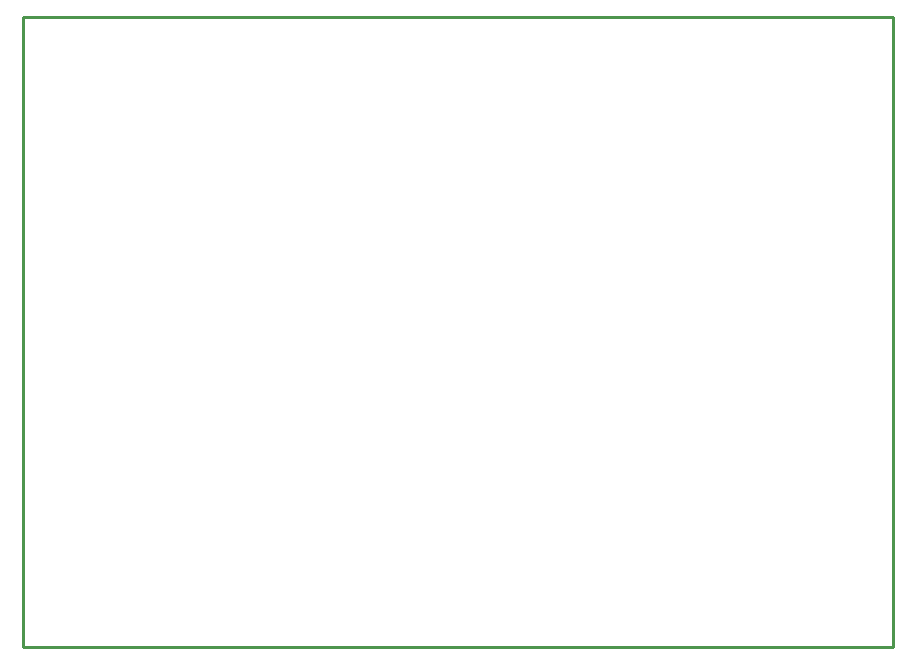
<source format=gko>
G04 Layer: BoardOutline*
G04 EasyEDA v6.2.46, 2019-12-13T21:01:04+01:00*
G04 3005faa94037452eb19f5b3c810bd7e0,39ff71f2194a49368f8d12cd3c9184f8,10*
G04 Gerber Generator version 0.2*
G04 Scale: 100 percent, Rotated: No, Reflected: No *
G04 Dimensions in inches *
G04 leading zeros omitted , absolute positions ,2 integer and 4 decimal *
%FSLAX24Y24*%
%MOIN*%
G90*
G70D02*

%ADD10C,0.010000*%
G54D10*
G01X0Y21000D02*
G01X29000Y21000D01*
G01X29000Y0D01*
G01X0Y0D01*
G01X0Y21000D01*

%LPD*%
M00*
M02*

</source>
